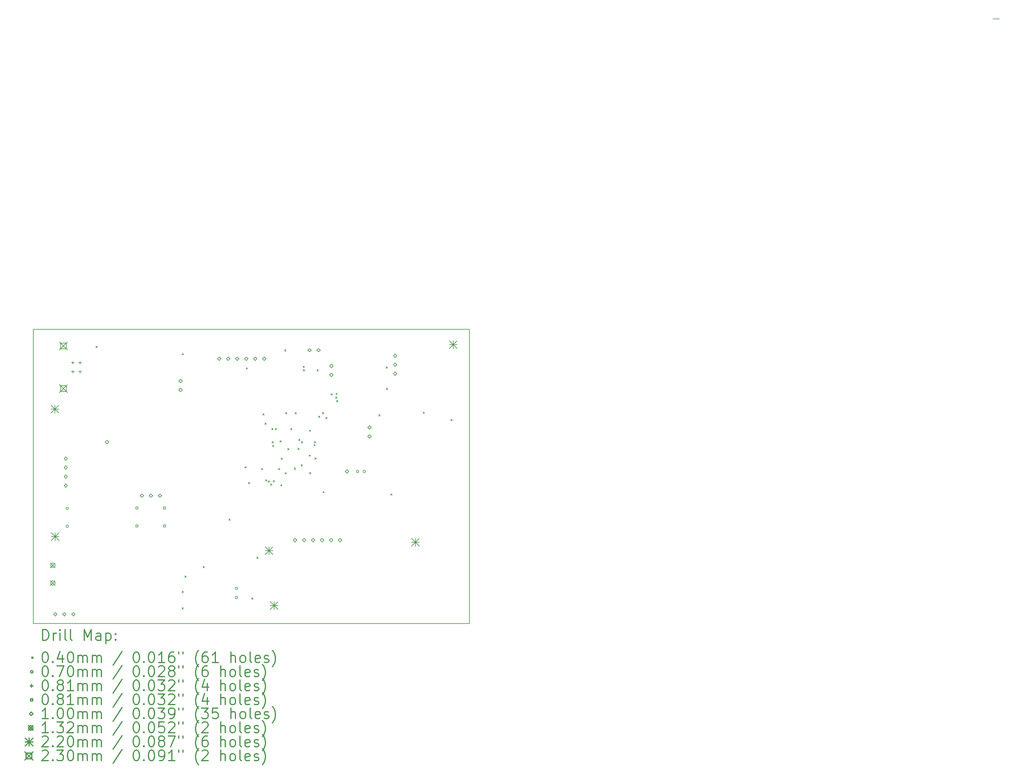
<source format=gbr>
%FSLAX45Y45*%
G04 Gerber Fmt 4.5, Leading zero omitted, Abs format (unit mm)*
G04 Created by KiCad (PCBNEW 4.0.4-stable) date 09/22/17 06:06:12*
%MOMM*%
%LPD*%
G01*
G04 APERTURE LIST*
%ADD10C,0.127000*%
%ADD11C,0.150000*%
%ADD12C,0.200000*%
%ADD13C,0.300000*%
G04 APERTURE END LIST*
D10*
D11*
X29718000Y0D02*
X29540200Y0D01*
X14757400Y-17067500D02*
X14757400Y-8762494D01*
X2447500Y-17068800D02*
X14757500Y-17068800D01*
X2447500Y-8762497D02*
X2447500Y-17068802D01*
X14757501Y-8763000D02*
X2447500Y-8763000D01*
D12*
X4220000Y-9241000D02*
X4260000Y-9281000D01*
X4260000Y-9241000D02*
X4220000Y-9281000D01*
X6642000Y-16621000D02*
X6682000Y-16661000D01*
X6682000Y-16621000D02*
X6642000Y-16661000D01*
X6646000Y-16157000D02*
X6686000Y-16197000D01*
X6686000Y-16157000D02*
X6646000Y-16197000D01*
X6650000Y-9448000D02*
X6690000Y-9488000D01*
X6690000Y-9448000D02*
X6650000Y-9488000D01*
X6722000Y-15725000D02*
X6762000Y-15765000D01*
X6762000Y-15725000D02*
X6722000Y-15765000D01*
X7235000Y-15455000D02*
X7275000Y-15495000D01*
X7275000Y-15455000D02*
X7235000Y-15495000D01*
X7964000Y-14116000D02*
X8004000Y-14156000D01*
X8004000Y-14116000D02*
X7964000Y-14156000D01*
X8415000Y-12640000D02*
X8455000Y-12680000D01*
X8455000Y-12640000D02*
X8415000Y-12680000D01*
X8455000Y-9845000D02*
X8495000Y-9885000D01*
X8495000Y-9845000D02*
X8455000Y-9885000D01*
X8515868Y-13086400D02*
X8555868Y-13126400D01*
X8555868Y-13086400D02*
X8515868Y-13126400D01*
X8612000Y-16341000D02*
X8652000Y-16381000D01*
X8652000Y-16341000D02*
X8612000Y-16381000D01*
X8756000Y-15192000D02*
X8796000Y-15232000D01*
X8796000Y-15192000D02*
X8756000Y-15232000D01*
X8885000Y-12691371D02*
X8925000Y-12731371D01*
X8925000Y-12691371D02*
X8885000Y-12731371D01*
X8925000Y-11145000D02*
X8965000Y-11185000D01*
X8965000Y-11145000D02*
X8925000Y-11185000D01*
X8982000Y-11408000D02*
X9022000Y-11448000D01*
X9022000Y-11408000D02*
X8982000Y-11448000D01*
X9001767Y-13007795D02*
X9041767Y-13047795D01*
X9041767Y-13007795D02*
X9001767Y-13047795D01*
X9075000Y-13040000D02*
X9115000Y-13080000D01*
X9115000Y-13040000D02*
X9075000Y-13080000D01*
X9145000Y-13125000D02*
X9185000Y-13165000D01*
X9185000Y-13125000D02*
X9145000Y-13165000D01*
X9174800Y-11562400D02*
X9214800Y-11602400D01*
X9214800Y-11562400D02*
X9174800Y-11602400D01*
X9190000Y-11935000D02*
X9230000Y-11975000D01*
X9230000Y-11935000D02*
X9190000Y-11975000D01*
X9198898Y-12037873D02*
X9238898Y-12077873D01*
X9238898Y-12037873D02*
X9198898Y-12077873D01*
X9217265Y-13033418D02*
X9257265Y-13073418D01*
X9257265Y-13033418D02*
X9217265Y-13073418D01*
X9276400Y-11562400D02*
X9316400Y-11602400D01*
X9316400Y-11562400D02*
X9276400Y-11602400D01*
X9364301Y-12691371D02*
X9404301Y-12731371D01*
X9404301Y-12691371D02*
X9364301Y-12731371D01*
X9405000Y-11905000D02*
X9445000Y-11945000D01*
X9445000Y-11905000D02*
X9405000Y-11945000D01*
X9427265Y-13147215D02*
X9467265Y-13187215D01*
X9467265Y-13147215D02*
X9427265Y-13187215D01*
X9439541Y-12399401D02*
X9479541Y-12439401D01*
X9479541Y-12399401D02*
X9439541Y-12439401D01*
X9538000Y-9340000D02*
X9578000Y-9380000D01*
X9578000Y-9340000D02*
X9538000Y-9380000D01*
X9553425Y-12809375D02*
X9593425Y-12849375D01*
X9593425Y-12809375D02*
X9553425Y-12849375D01*
X9565000Y-11112500D02*
X9605000Y-11152500D01*
X9605000Y-11112500D02*
X9565000Y-11152500D01*
X9630000Y-12125000D02*
X9670000Y-12165000D01*
X9670000Y-12125000D02*
X9630000Y-12165000D01*
X9708200Y-11562400D02*
X9748200Y-11602400D01*
X9748200Y-11562400D02*
X9708200Y-11602400D01*
X9809800Y-12680000D02*
X9849800Y-12720000D01*
X9849800Y-12680000D02*
X9809800Y-12720000D01*
X9835000Y-11112500D02*
X9875000Y-11152500D01*
X9875000Y-11112500D02*
X9835000Y-11152500D01*
X9915000Y-12120000D02*
X9955000Y-12160000D01*
X9955000Y-12120000D02*
X9915000Y-12160000D01*
X9936800Y-11867200D02*
X9976800Y-11907200D01*
X9976800Y-11867200D02*
X9936800Y-11907200D01*
X10005000Y-12587000D02*
X10045000Y-12627000D01*
X10045000Y-12587000D02*
X10005000Y-12627000D01*
X10013000Y-11929701D02*
X10053000Y-11969701D01*
X10053000Y-11929701D02*
X10013000Y-11969701D01*
X10064000Y-9803000D02*
X10104000Y-9843000D01*
X10104000Y-9803000D02*
X10064000Y-9843000D01*
X10065750Y-9898000D02*
X10105750Y-9938000D01*
X10105750Y-9898000D02*
X10065750Y-9938000D01*
X10229899Y-12309566D02*
X10269899Y-12349566D01*
X10269899Y-12309566D02*
X10229899Y-12349566D01*
X10241600Y-11605700D02*
X10281600Y-11645700D01*
X10281600Y-11605700D02*
X10241600Y-11645700D01*
X10241600Y-12807000D02*
X10281600Y-12847000D01*
X10281600Y-12807000D02*
X10241600Y-12847000D01*
X10368600Y-12013698D02*
X10408600Y-12053698D01*
X10408600Y-12013698D02*
X10368600Y-12053698D01*
X10380974Y-11934659D02*
X10420974Y-11974659D01*
X10420974Y-11934659D02*
X10380974Y-11974659D01*
X10399902Y-12388899D02*
X10439902Y-12428899D01*
X10439902Y-12388899D02*
X10399902Y-12428899D01*
X10452000Y-9902000D02*
X10492000Y-9942000D01*
X10492000Y-9902000D02*
X10452000Y-9942000D01*
X10501695Y-11212895D02*
X10541695Y-11252895D01*
X10541695Y-11212895D02*
X10501695Y-11252895D01*
X10605095Y-11109495D02*
X10645095Y-11149495D01*
X10645095Y-11109495D02*
X10605095Y-11149495D01*
X10622600Y-13342000D02*
X10662600Y-13382000D01*
X10662600Y-13342000D02*
X10622600Y-13382000D01*
X10701124Y-11248501D02*
X10741124Y-11288501D01*
X10741124Y-11248501D02*
X10701124Y-11288501D01*
X10844000Y-10582000D02*
X10884000Y-10622000D01*
X10884000Y-10582000D02*
X10844000Y-10622000D01*
X10978200Y-10673400D02*
X11018200Y-10713400D01*
X11018200Y-10673400D02*
X10978200Y-10713400D01*
X10987000Y-10566000D02*
X11027000Y-10606000D01*
X11027000Y-10566000D02*
X10987000Y-10606000D01*
X11003600Y-10775000D02*
X11043600Y-10815000D01*
X11043600Y-10775000D02*
X11003600Y-10815000D01*
X12197000Y-11172000D02*
X12237000Y-11212000D01*
X12237000Y-11172000D02*
X12197000Y-11212000D01*
X12405000Y-9822000D02*
X12445000Y-9862000D01*
X12445000Y-9822000D02*
X12405000Y-9862000D01*
X12410000Y-10425000D02*
X12450000Y-10465000D01*
X12450000Y-10425000D02*
X12410000Y-10465000D01*
X12531000Y-13411000D02*
X12571000Y-13451000D01*
X12571000Y-13411000D02*
X12531000Y-13451000D01*
X13450000Y-11099000D02*
X13490000Y-11139000D01*
X13490000Y-11099000D02*
X13450000Y-11139000D01*
X14234000Y-11309000D02*
X14274000Y-11349000D01*
X14274000Y-11309000D02*
X14234000Y-11349000D01*
X3438600Y-13817600D02*
G75*
G03X3438600Y-13817600I-35000J0D01*
G01*
X3438600Y-14325600D02*
G75*
G03X3438600Y-14325600I-35000J0D01*
G01*
X8213800Y-16078200D02*
G75*
G03X8213800Y-16078200I-35000J0D01*
G01*
X8213800Y-16334200D02*
G75*
G03X8213800Y-16334200I-35000J0D01*
G01*
X11634000Y-12776000D02*
G75*
G03X11634000Y-12776000I-35000J0D01*
G01*
X11824000Y-12776000D02*
G75*
G03X11824000Y-12776000I-35000J0D01*
G01*
X3565000Y-9667500D02*
X3565000Y-9748500D01*
X3524500Y-9708000D02*
X3605500Y-9708000D01*
X3565000Y-9921500D02*
X3565000Y-10002500D01*
X3524500Y-9962000D02*
X3605500Y-9962000D01*
X3765000Y-9667500D02*
X3765000Y-9748500D01*
X3724500Y-9708000D02*
X3805500Y-9708000D01*
X3765000Y-9921500D02*
X3765000Y-10002500D01*
X3724500Y-9962000D02*
X3805500Y-9962000D01*
X5401237Y-13835737D02*
X5401237Y-13778263D01*
X5343763Y-13778263D01*
X5343763Y-13835737D01*
X5401237Y-13835737D01*
X5401237Y-14343737D02*
X5401237Y-14286263D01*
X5343763Y-14286263D01*
X5343763Y-14343737D01*
X5401237Y-14343737D01*
X6178737Y-13834737D02*
X6178737Y-13777263D01*
X6121263Y-13777263D01*
X6121263Y-13834737D01*
X6178737Y-13834737D01*
X6178737Y-14342737D02*
X6178737Y-14285263D01*
X6121263Y-14285263D01*
X6121263Y-14342737D01*
X6178737Y-14342737D01*
X3069500Y-16857500D02*
X3119500Y-16807500D01*
X3069500Y-16757500D01*
X3019500Y-16807500D01*
X3069500Y-16857500D01*
X3323500Y-16857500D02*
X3373500Y-16807500D01*
X3323500Y-16757500D01*
X3273500Y-16807500D01*
X3323500Y-16857500D01*
X3365000Y-12466000D02*
X3415000Y-12416000D01*
X3365000Y-12366000D01*
X3315000Y-12416000D01*
X3365000Y-12466000D01*
X3365000Y-12720000D02*
X3415000Y-12670000D01*
X3365000Y-12620000D01*
X3315000Y-12670000D01*
X3365000Y-12720000D01*
X3365000Y-12974000D02*
X3415000Y-12924000D01*
X3365000Y-12874000D01*
X3315000Y-12924000D01*
X3365000Y-12974000D01*
X3365000Y-13228000D02*
X3415000Y-13178000D01*
X3365000Y-13128000D01*
X3315000Y-13178000D01*
X3365000Y-13228000D01*
X3577500Y-16857500D02*
X3627500Y-16807500D01*
X3577500Y-16757500D01*
X3527500Y-16807500D01*
X3577500Y-16857500D01*
X4530000Y-11995000D02*
X4580000Y-11945000D01*
X4530000Y-11895000D01*
X4480000Y-11945000D01*
X4530000Y-11995000D01*
X5511000Y-13510000D02*
X5561000Y-13460000D01*
X5511000Y-13410000D01*
X5461000Y-13460000D01*
X5511000Y-13510000D01*
X5765000Y-13510000D02*
X5815000Y-13460000D01*
X5765000Y-13410000D01*
X5715000Y-13460000D01*
X5765000Y-13510000D01*
X6019000Y-13510000D02*
X6069000Y-13460000D01*
X6019000Y-13410000D01*
X5969000Y-13460000D01*
X6019000Y-13510000D01*
X6602500Y-10273500D02*
X6652500Y-10223500D01*
X6602500Y-10173500D01*
X6552500Y-10223500D01*
X6602500Y-10273500D01*
X6602500Y-10527500D02*
X6652500Y-10477500D01*
X6602500Y-10427500D01*
X6552500Y-10477500D01*
X6602500Y-10527500D01*
X7693000Y-9644000D02*
X7743000Y-9594000D01*
X7693000Y-9544000D01*
X7643000Y-9594000D01*
X7693000Y-9644000D01*
X7947000Y-9644000D02*
X7997000Y-9594000D01*
X7947000Y-9544000D01*
X7897000Y-9594000D01*
X7947000Y-9644000D01*
X8201000Y-9644000D02*
X8251000Y-9594000D01*
X8201000Y-9544000D01*
X8151000Y-9594000D01*
X8201000Y-9644000D01*
X8455000Y-9644000D02*
X8505000Y-9594000D01*
X8455000Y-9544000D01*
X8405000Y-9594000D01*
X8455000Y-9644000D01*
X8709000Y-9644000D02*
X8759000Y-9594000D01*
X8709000Y-9544000D01*
X8659000Y-9594000D01*
X8709000Y-9644000D01*
X8963000Y-9644000D02*
X9013000Y-9594000D01*
X8963000Y-9544000D01*
X8913000Y-9594000D01*
X8963000Y-9644000D01*
X9841000Y-14765000D02*
X9891000Y-14715000D01*
X9841000Y-14665000D01*
X9791000Y-14715000D01*
X9841000Y-14765000D01*
X10095000Y-14765000D02*
X10145000Y-14715000D01*
X10095000Y-14665000D01*
X10045000Y-14715000D01*
X10095000Y-14765000D01*
X10241000Y-9404000D02*
X10291000Y-9354000D01*
X10241000Y-9304000D01*
X10191000Y-9354000D01*
X10241000Y-9404000D01*
X10349000Y-14765000D02*
X10399000Y-14715000D01*
X10349000Y-14665000D01*
X10299000Y-14715000D01*
X10349000Y-14765000D01*
X10495000Y-9404000D02*
X10545000Y-9354000D01*
X10495000Y-9304000D01*
X10445000Y-9354000D01*
X10495000Y-9404000D01*
X10603000Y-14765000D02*
X10653000Y-14715000D01*
X10603000Y-14665000D01*
X10553000Y-14715000D01*
X10603000Y-14765000D01*
X10857000Y-14765000D02*
X10907000Y-14715000D01*
X10857000Y-14665000D01*
X10807000Y-14715000D01*
X10857000Y-14765000D01*
X10864000Y-9847000D02*
X10914000Y-9797000D01*
X10864000Y-9747000D01*
X10814000Y-9797000D01*
X10864000Y-9847000D01*
X10864000Y-10101000D02*
X10914000Y-10051000D01*
X10864000Y-10001000D01*
X10814000Y-10051000D01*
X10864000Y-10101000D01*
X11111000Y-14765000D02*
X11161000Y-14715000D01*
X11111000Y-14665000D01*
X11061000Y-14715000D01*
X11111000Y-14765000D01*
X11303000Y-12828000D02*
X11353000Y-12778000D01*
X11303000Y-12728000D01*
X11253000Y-12778000D01*
X11303000Y-12828000D01*
X11938000Y-11581600D02*
X11988000Y-11531600D01*
X11938000Y-11481600D01*
X11888000Y-11531600D01*
X11938000Y-11581600D01*
X11938000Y-11835600D02*
X11988000Y-11785600D01*
X11938000Y-11735600D01*
X11888000Y-11785600D01*
X11938000Y-11835600D01*
X12661000Y-9557000D02*
X12711000Y-9507000D01*
X12661000Y-9457000D01*
X12611000Y-9507000D01*
X12661000Y-9557000D01*
X12661000Y-9811000D02*
X12711000Y-9761000D01*
X12661000Y-9711000D01*
X12611000Y-9761000D01*
X12661000Y-9811000D01*
X12661000Y-10065000D02*
X12711000Y-10015000D01*
X12661000Y-9965000D01*
X12611000Y-10015000D01*
X12661000Y-10065000D01*
X2931200Y-15359800D02*
X3063200Y-15491800D01*
X3063200Y-15359800D02*
X2931200Y-15491800D01*
X3063200Y-15425800D02*
G75*
G03X3063200Y-15425800I-66000J0D01*
G01*
X2931200Y-15859800D02*
X3063200Y-15991800D01*
X3063200Y-15859800D02*
X2931200Y-15991800D01*
X3063200Y-15925800D02*
G75*
G03X3063200Y-15925800I-66000J0D01*
G01*
X2949000Y-10908000D02*
X3169000Y-11128000D01*
X3169000Y-10908000D02*
X2949000Y-11128000D01*
X3059000Y-10908000D02*
X3059000Y-11128000D01*
X2949000Y-11018000D02*
X3169000Y-11018000D01*
X2951000Y-14503000D02*
X3171000Y-14723000D01*
X3171000Y-14503000D02*
X2951000Y-14723000D01*
X3061000Y-14503000D02*
X3061000Y-14723000D01*
X2951000Y-14613000D02*
X3171000Y-14613000D01*
X8995000Y-14905000D02*
X9215000Y-15125000D01*
X9215000Y-14905000D02*
X8995000Y-15125000D01*
X9105000Y-14905000D02*
X9105000Y-15125000D01*
X8995000Y-15015000D02*
X9215000Y-15015000D01*
X9135000Y-16456000D02*
X9355000Y-16676000D01*
X9355000Y-16456000D02*
X9135000Y-16676000D01*
X9245000Y-16456000D02*
X9245000Y-16676000D01*
X9135000Y-16566000D02*
X9355000Y-16566000D01*
X13125000Y-14664000D02*
X13345000Y-14884000D01*
X13345000Y-14664000D02*
X13125000Y-14884000D01*
X13235000Y-14664000D02*
X13235000Y-14884000D01*
X13125000Y-14774000D02*
X13345000Y-14774000D01*
X14190200Y-9084800D02*
X14410200Y-9304800D01*
X14410200Y-9084800D02*
X14190200Y-9304800D01*
X14300200Y-9084800D02*
X14300200Y-9304800D01*
X14190200Y-9194800D02*
X14410200Y-9194800D01*
X3180000Y-9120000D02*
X3410000Y-9350000D01*
X3410000Y-9120000D02*
X3180000Y-9350000D01*
X3376318Y-9316318D02*
X3376318Y-9153682D01*
X3213682Y-9153682D01*
X3213682Y-9316318D01*
X3376318Y-9316318D01*
X3180000Y-10320000D02*
X3410000Y-10550000D01*
X3410000Y-10320000D02*
X3180000Y-10550000D01*
X3376318Y-10516318D02*
X3376318Y-10353682D01*
X3213682Y-10353682D01*
X3213682Y-10516318D01*
X3376318Y-10516318D01*
D13*
X2711429Y-17542017D02*
X2711429Y-17242017D01*
X2782857Y-17242017D01*
X2825714Y-17256303D01*
X2854286Y-17284874D01*
X2868571Y-17313445D01*
X2882857Y-17370588D01*
X2882857Y-17413445D01*
X2868571Y-17470588D01*
X2854286Y-17499160D01*
X2825714Y-17527731D01*
X2782857Y-17542017D01*
X2711429Y-17542017D01*
X3011428Y-17542017D02*
X3011428Y-17342017D01*
X3011428Y-17399160D02*
X3025714Y-17370588D01*
X3040000Y-17356303D01*
X3068571Y-17342017D01*
X3097143Y-17342017D01*
X3197143Y-17542017D02*
X3197143Y-17342017D01*
X3197143Y-17242017D02*
X3182857Y-17256303D01*
X3197143Y-17270588D01*
X3211428Y-17256303D01*
X3197143Y-17242017D01*
X3197143Y-17270588D01*
X3382857Y-17542017D02*
X3354286Y-17527731D01*
X3340000Y-17499160D01*
X3340000Y-17242017D01*
X3540000Y-17542017D02*
X3511428Y-17527731D01*
X3497143Y-17499160D01*
X3497143Y-17242017D01*
X3882857Y-17542017D02*
X3882857Y-17242017D01*
X3982857Y-17456303D01*
X4082857Y-17242017D01*
X4082857Y-17542017D01*
X4354286Y-17542017D02*
X4354286Y-17384874D01*
X4340000Y-17356303D01*
X4311429Y-17342017D01*
X4254286Y-17342017D01*
X4225714Y-17356303D01*
X4354286Y-17527731D02*
X4325714Y-17542017D01*
X4254286Y-17542017D01*
X4225714Y-17527731D01*
X4211429Y-17499160D01*
X4211429Y-17470588D01*
X4225714Y-17442017D01*
X4254286Y-17427731D01*
X4325714Y-17427731D01*
X4354286Y-17413445D01*
X4497143Y-17342017D02*
X4497143Y-17642017D01*
X4497143Y-17356303D02*
X4525714Y-17342017D01*
X4582857Y-17342017D01*
X4611429Y-17356303D01*
X4625714Y-17370588D01*
X4640000Y-17399160D01*
X4640000Y-17484874D01*
X4625714Y-17513445D01*
X4611429Y-17527731D01*
X4582857Y-17542017D01*
X4525714Y-17542017D01*
X4497143Y-17527731D01*
X4768571Y-17513445D02*
X4782857Y-17527731D01*
X4768571Y-17542017D01*
X4754286Y-17527731D01*
X4768571Y-17513445D01*
X4768571Y-17542017D01*
X4768571Y-17356303D02*
X4782857Y-17370588D01*
X4768571Y-17384874D01*
X4754286Y-17370588D01*
X4768571Y-17356303D01*
X4768571Y-17384874D01*
X2400000Y-18016303D02*
X2440000Y-18056303D01*
X2440000Y-18016303D02*
X2400000Y-18056303D01*
X2768571Y-17872017D02*
X2797143Y-17872017D01*
X2825714Y-17886303D01*
X2840000Y-17900588D01*
X2854286Y-17929160D01*
X2868571Y-17986303D01*
X2868571Y-18057731D01*
X2854286Y-18114874D01*
X2840000Y-18143445D01*
X2825714Y-18157731D01*
X2797143Y-18172017D01*
X2768571Y-18172017D01*
X2740000Y-18157731D01*
X2725714Y-18143445D01*
X2711429Y-18114874D01*
X2697143Y-18057731D01*
X2697143Y-17986303D01*
X2711429Y-17929160D01*
X2725714Y-17900588D01*
X2740000Y-17886303D01*
X2768571Y-17872017D01*
X2997143Y-18143445D02*
X3011428Y-18157731D01*
X2997143Y-18172017D01*
X2982857Y-18157731D01*
X2997143Y-18143445D01*
X2997143Y-18172017D01*
X3268571Y-17972017D02*
X3268571Y-18172017D01*
X3197143Y-17857731D02*
X3125714Y-18072017D01*
X3311428Y-18072017D01*
X3482857Y-17872017D02*
X3511428Y-17872017D01*
X3540000Y-17886303D01*
X3554286Y-17900588D01*
X3568571Y-17929160D01*
X3582857Y-17986303D01*
X3582857Y-18057731D01*
X3568571Y-18114874D01*
X3554286Y-18143445D01*
X3540000Y-18157731D01*
X3511428Y-18172017D01*
X3482857Y-18172017D01*
X3454286Y-18157731D01*
X3440000Y-18143445D01*
X3425714Y-18114874D01*
X3411428Y-18057731D01*
X3411428Y-17986303D01*
X3425714Y-17929160D01*
X3440000Y-17900588D01*
X3454286Y-17886303D01*
X3482857Y-17872017D01*
X3711428Y-18172017D02*
X3711428Y-17972017D01*
X3711428Y-18000588D02*
X3725714Y-17986303D01*
X3754286Y-17972017D01*
X3797143Y-17972017D01*
X3825714Y-17986303D01*
X3840000Y-18014874D01*
X3840000Y-18172017D01*
X3840000Y-18014874D02*
X3854286Y-17986303D01*
X3882857Y-17972017D01*
X3925714Y-17972017D01*
X3954286Y-17986303D01*
X3968571Y-18014874D01*
X3968571Y-18172017D01*
X4111428Y-18172017D02*
X4111428Y-17972017D01*
X4111428Y-18000588D02*
X4125714Y-17986303D01*
X4154286Y-17972017D01*
X4197143Y-17972017D01*
X4225714Y-17986303D01*
X4240000Y-18014874D01*
X4240000Y-18172017D01*
X4240000Y-18014874D02*
X4254286Y-17986303D01*
X4282857Y-17972017D01*
X4325714Y-17972017D01*
X4354286Y-17986303D01*
X4368571Y-18014874D01*
X4368571Y-18172017D01*
X4954286Y-17857731D02*
X4697143Y-18243445D01*
X5340000Y-17872017D02*
X5368571Y-17872017D01*
X5397143Y-17886303D01*
X5411428Y-17900588D01*
X5425714Y-17929160D01*
X5440000Y-17986303D01*
X5440000Y-18057731D01*
X5425714Y-18114874D01*
X5411428Y-18143445D01*
X5397143Y-18157731D01*
X5368571Y-18172017D01*
X5340000Y-18172017D01*
X5311428Y-18157731D01*
X5297143Y-18143445D01*
X5282857Y-18114874D01*
X5268571Y-18057731D01*
X5268571Y-17986303D01*
X5282857Y-17929160D01*
X5297143Y-17900588D01*
X5311428Y-17886303D01*
X5340000Y-17872017D01*
X5568571Y-18143445D02*
X5582857Y-18157731D01*
X5568571Y-18172017D01*
X5554286Y-18157731D01*
X5568571Y-18143445D01*
X5568571Y-18172017D01*
X5768571Y-17872017D02*
X5797143Y-17872017D01*
X5825714Y-17886303D01*
X5840000Y-17900588D01*
X5854285Y-17929160D01*
X5868571Y-17986303D01*
X5868571Y-18057731D01*
X5854285Y-18114874D01*
X5840000Y-18143445D01*
X5825714Y-18157731D01*
X5797143Y-18172017D01*
X5768571Y-18172017D01*
X5740000Y-18157731D01*
X5725714Y-18143445D01*
X5711428Y-18114874D01*
X5697143Y-18057731D01*
X5697143Y-17986303D01*
X5711428Y-17929160D01*
X5725714Y-17900588D01*
X5740000Y-17886303D01*
X5768571Y-17872017D01*
X6154285Y-18172017D02*
X5982857Y-18172017D01*
X6068571Y-18172017D02*
X6068571Y-17872017D01*
X6040000Y-17914874D01*
X6011428Y-17943445D01*
X5982857Y-17957731D01*
X6411428Y-17872017D02*
X6354285Y-17872017D01*
X6325714Y-17886303D01*
X6311428Y-17900588D01*
X6282857Y-17943445D01*
X6268571Y-18000588D01*
X6268571Y-18114874D01*
X6282857Y-18143445D01*
X6297143Y-18157731D01*
X6325714Y-18172017D01*
X6382857Y-18172017D01*
X6411428Y-18157731D01*
X6425714Y-18143445D01*
X6440000Y-18114874D01*
X6440000Y-18043445D01*
X6425714Y-18014874D01*
X6411428Y-18000588D01*
X6382857Y-17986303D01*
X6325714Y-17986303D01*
X6297143Y-18000588D01*
X6282857Y-18014874D01*
X6268571Y-18043445D01*
X6554286Y-17872017D02*
X6554286Y-17929160D01*
X6668571Y-17872017D02*
X6668571Y-17929160D01*
X7111428Y-18286303D02*
X7097143Y-18272017D01*
X7068571Y-18229160D01*
X7054285Y-18200588D01*
X7040000Y-18157731D01*
X7025714Y-18086303D01*
X7025714Y-18029160D01*
X7040000Y-17957731D01*
X7054285Y-17914874D01*
X7068571Y-17886303D01*
X7097143Y-17843445D01*
X7111428Y-17829160D01*
X7354285Y-17872017D02*
X7297143Y-17872017D01*
X7268571Y-17886303D01*
X7254285Y-17900588D01*
X7225714Y-17943445D01*
X7211428Y-18000588D01*
X7211428Y-18114874D01*
X7225714Y-18143445D01*
X7240000Y-18157731D01*
X7268571Y-18172017D01*
X7325714Y-18172017D01*
X7354285Y-18157731D01*
X7368571Y-18143445D01*
X7382857Y-18114874D01*
X7382857Y-18043445D01*
X7368571Y-18014874D01*
X7354285Y-18000588D01*
X7325714Y-17986303D01*
X7268571Y-17986303D01*
X7240000Y-18000588D01*
X7225714Y-18014874D01*
X7211428Y-18043445D01*
X7668571Y-18172017D02*
X7497143Y-18172017D01*
X7582857Y-18172017D02*
X7582857Y-17872017D01*
X7554285Y-17914874D01*
X7525714Y-17943445D01*
X7497143Y-17957731D01*
X8025714Y-18172017D02*
X8025714Y-17872017D01*
X8154285Y-18172017D02*
X8154285Y-18014874D01*
X8140000Y-17986303D01*
X8111428Y-17972017D01*
X8068571Y-17972017D01*
X8040000Y-17986303D01*
X8025714Y-18000588D01*
X8340000Y-18172017D02*
X8311428Y-18157731D01*
X8297143Y-18143445D01*
X8282857Y-18114874D01*
X8282857Y-18029160D01*
X8297143Y-18000588D01*
X8311428Y-17986303D01*
X8340000Y-17972017D01*
X8382857Y-17972017D01*
X8411428Y-17986303D01*
X8425714Y-18000588D01*
X8440000Y-18029160D01*
X8440000Y-18114874D01*
X8425714Y-18143445D01*
X8411428Y-18157731D01*
X8382857Y-18172017D01*
X8340000Y-18172017D01*
X8611428Y-18172017D02*
X8582857Y-18157731D01*
X8568571Y-18129160D01*
X8568571Y-17872017D01*
X8840000Y-18157731D02*
X8811429Y-18172017D01*
X8754286Y-18172017D01*
X8725714Y-18157731D01*
X8711429Y-18129160D01*
X8711429Y-18014874D01*
X8725714Y-17986303D01*
X8754286Y-17972017D01*
X8811429Y-17972017D01*
X8840000Y-17986303D01*
X8854286Y-18014874D01*
X8854286Y-18043445D01*
X8711429Y-18072017D01*
X8968571Y-18157731D02*
X8997143Y-18172017D01*
X9054286Y-18172017D01*
X9082857Y-18157731D01*
X9097143Y-18129160D01*
X9097143Y-18114874D01*
X9082857Y-18086303D01*
X9054286Y-18072017D01*
X9011429Y-18072017D01*
X8982857Y-18057731D01*
X8968571Y-18029160D01*
X8968571Y-18014874D01*
X8982857Y-17986303D01*
X9011429Y-17972017D01*
X9054286Y-17972017D01*
X9082857Y-17986303D01*
X9197143Y-18286303D02*
X9211429Y-18272017D01*
X9240000Y-18229160D01*
X9254286Y-18200588D01*
X9268571Y-18157731D01*
X9282857Y-18086303D01*
X9282857Y-18029160D01*
X9268571Y-17957731D01*
X9254286Y-17914874D01*
X9240000Y-17886303D01*
X9211429Y-17843445D01*
X9197143Y-17829160D01*
X2440000Y-18432303D02*
G75*
G03X2440000Y-18432303I-35000J0D01*
G01*
X2768571Y-18268017D02*
X2797143Y-18268017D01*
X2825714Y-18282303D01*
X2840000Y-18296588D01*
X2854286Y-18325160D01*
X2868571Y-18382303D01*
X2868571Y-18453731D01*
X2854286Y-18510874D01*
X2840000Y-18539445D01*
X2825714Y-18553731D01*
X2797143Y-18568017D01*
X2768571Y-18568017D01*
X2740000Y-18553731D01*
X2725714Y-18539445D01*
X2711429Y-18510874D01*
X2697143Y-18453731D01*
X2697143Y-18382303D01*
X2711429Y-18325160D01*
X2725714Y-18296588D01*
X2740000Y-18282303D01*
X2768571Y-18268017D01*
X2997143Y-18539445D02*
X3011428Y-18553731D01*
X2997143Y-18568017D01*
X2982857Y-18553731D01*
X2997143Y-18539445D01*
X2997143Y-18568017D01*
X3111428Y-18268017D02*
X3311428Y-18268017D01*
X3182857Y-18568017D01*
X3482857Y-18268017D02*
X3511428Y-18268017D01*
X3540000Y-18282303D01*
X3554286Y-18296588D01*
X3568571Y-18325160D01*
X3582857Y-18382303D01*
X3582857Y-18453731D01*
X3568571Y-18510874D01*
X3554286Y-18539445D01*
X3540000Y-18553731D01*
X3511428Y-18568017D01*
X3482857Y-18568017D01*
X3454286Y-18553731D01*
X3440000Y-18539445D01*
X3425714Y-18510874D01*
X3411428Y-18453731D01*
X3411428Y-18382303D01*
X3425714Y-18325160D01*
X3440000Y-18296588D01*
X3454286Y-18282303D01*
X3482857Y-18268017D01*
X3711428Y-18568017D02*
X3711428Y-18368017D01*
X3711428Y-18396588D02*
X3725714Y-18382303D01*
X3754286Y-18368017D01*
X3797143Y-18368017D01*
X3825714Y-18382303D01*
X3840000Y-18410874D01*
X3840000Y-18568017D01*
X3840000Y-18410874D02*
X3854286Y-18382303D01*
X3882857Y-18368017D01*
X3925714Y-18368017D01*
X3954286Y-18382303D01*
X3968571Y-18410874D01*
X3968571Y-18568017D01*
X4111428Y-18568017D02*
X4111428Y-18368017D01*
X4111428Y-18396588D02*
X4125714Y-18382303D01*
X4154286Y-18368017D01*
X4197143Y-18368017D01*
X4225714Y-18382303D01*
X4240000Y-18410874D01*
X4240000Y-18568017D01*
X4240000Y-18410874D02*
X4254286Y-18382303D01*
X4282857Y-18368017D01*
X4325714Y-18368017D01*
X4354286Y-18382303D01*
X4368571Y-18410874D01*
X4368571Y-18568017D01*
X4954286Y-18253731D02*
X4697143Y-18639445D01*
X5340000Y-18268017D02*
X5368571Y-18268017D01*
X5397143Y-18282303D01*
X5411428Y-18296588D01*
X5425714Y-18325160D01*
X5440000Y-18382303D01*
X5440000Y-18453731D01*
X5425714Y-18510874D01*
X5411428Y-18539445D01*
X5397143Y-18553731D01*
X5368571Y-18568017D01*
X5340000Y-18568017D01*
X5311428Y-18553731D01*
X5297143Y-18539445D01*
X5282857Y-18510874D01*
X5268571Y-18453731D01*
X5268571Y-18382303D01*
X5282857Y-18325160D01*
X5297143Y-18296588D01*
X5311428Y-18282303D01*
X5340000Y-18268017D01*
X5568571Y-18539445D02*
X5582857Y-18553731D01*
X5568571Y-18568017D01*
X5554286Y-18553731D01*
X5568571Y-18539445D01*
X5568571Y-18568017D01*
X5768571Y-18268017D02*
X5797143Y-18268017D01*
X5825714Y-18282303D01*
X5840000Y-18296588D01*
X5854285Y-18325160D01*
X5868571Y-18382303D01*
X5868571Y-18453731D01*
X5854285Y-18510874D01*
X5840000Y-18539445D01*
X5825714Y-18553731D01*
X5797143Y-18568017D01*
X5768571Y-18568017D01*
X5740000Y-18553731D01*
X5725714Y-18539445D01*
X5711428Y-18510874D01*
X5697143Y-18453731D01*
X5697143Y-18382303D01*
X5711428Y-18325160D01*
X5725714Y-18296588D01*
X5740000Y-18282303D01*
X5768571Y-18268017D01*
X5982857Y-18296588D02*
X5997143Y-18282303D01*
X6025714Y-18268017D01*
X6097143Y-18268017D01*
X6125714Y-18282303D01*
X6140000Y-18296588D01*
X6154285Y-18325160D01*
X6154285Y-18353731D01*
X6140000Y-18396588D01*
X5968571Y-18568017D01*
X6154285Y-18568017D01*
X6325714Y-18396588D02*
X6297143Y-18382303D01*
X6282857Y-18368017D01*
X6268571Y-18339445D01*
X6268571Y-18325160D01*
X6282857Y-18296588D01*
X6297143Y-18282303D01*
X6325714Y-18268017D01*
X6382857Y-18268017D01*
X6411428Y-18282303D01*
X6425714Y-18296588D01*
X6440000Y-18325160D01*
X6440000Y-18339445D01*
X6425714Y-18368017D01*
X6411428Y-18382303D01*
X6382857Y-18396588D01*
X6325714Y-18396588D01*
X6297143Y-18410874D01*
X6282857Y-18425160D01*
X6268571Y-18453731D01*
X6268571Y-18510874D01*
X6282857Y-18539445D01*
X6297143Y-18553731D01*
X6325714Y-18568017D01*
X6382857Y-18568017D01*
X6411428Y-18553731D01*
X6425714Y-18539445D01*
X6440000Y-18510874D01*
X6440000Y-18453731D01*
X6425714Y-18425160D01*
X6411428Y-18410874D01*
X6382857Y-18396588D01*
X6554286Y-18268017D02*
X6554286Y-18325160D01*
X6668571Y-18268017D02*
X6668571Y-18325160D01*
X7111428Y-18682303D02*
X7097143Y-18668017D01*
X7068571Y-18625160D01*
X7054285Y-18596588D01*
X7040000Y-18553731D01*
X7025714Y-18482303D01*
X7025714Y-18425160D01*
X7040000Y-18353731D01*
X7054285Y-18310874D01*
X7068571Y-18282303D01*
X7097143Y-18239445D01*
X7111428Y-18225160D01*
X7354285Y-18268017D02*
X7297143Y-18268017D01*
X7268571Y-18282303D01*
X7254285Y-18296588D01*
X7225714Y-18339445D01*
X7211428Y-18396588D01*
X7211428Y-18510874D01*
X7225714Y-18539445D01*
X7240000Y-18553731D01*
X7268571Y-18568017D01*
X7325714Y-18568017D01*
X7354285Y-18553731D01*
X7368571Y-18539445D01*
X7382857Y-18510874D01*
X7382857Y-18439445D01*
X7368571Y-18410874D01*
X7354285Y-18396588D01*
X7325714Y-18382303D01*
X7268571Y-18382303D01*
X7240000Y-18396588D01*
X7225714Y-18410874D01*
X7211428Y-18439445D01*
X7740000Y-18568017D02*
X7740000Y-18268017D01*
X7868571Y-18568017D02*
X7868571Y-18410874D01*
X7854285Y-18382303D01*
X7825714Y-18368017D01*
X7782857Y-18368017D01*
X7754285Y-18382303D01*
X7740000Y-18396588D01*
X8054285Y-18568017D02*
X8025714Y-18553731D01*
X8011428Y-18539445D01*
X7997143Y-18510874D01*
X7997143Y-18425160D01*
X8011428Y-18396588D01*
X8025714Y-18382303D01*
X8054285Y-18368017D01*
X8097143Y-18368017D01*
X8125714Y-18382303D01*
X8140000Y-18396588D01*
X8154285Y-18425160D01*
X8154285Y-18510874D01*
X8140000Y-18539445D01*
X8125714Y-18553731D01*
X8097143Y-18568017D01*
X8054285Y-18568017D01*
X8325714Y-18568017D02*
X8297143Y-18553731D01*
X8282857Y-18525160D01*
X8282857Y-18268017D01*
X8554286Y-18553731D02*
X8525714Y-18568017D01*
X8468571Y-18568017D01*
X8440000Y-18553731D01*
X8425714Y-18525160D01*
X8425714Y-18410874D01*
X8440000Y-18382303D01*
X8468571Y-18368017D01*
X8525714Y-18368017D01*
X8554286Y-18382303D01*
X8568571Y-18410874D01*
X8568571Y-18439445D01*
X8425714Y-18468017D01*
X8682857Y-18553731D02*
X8711429Y-18568017D01*
X8768571Y-18568017D01*
X8797143Y-18553731D01*
X8811429Y-18525160D01*
X8811429Y-18510874D01*
X8797143Y-18482303D01*
X8768571Y-18468017D01*
X8725714Y-18468017D01*
X8697143Y-18453731D01*
X8682857Y-18425160D01*
X8682857Y-18410874D01*
X8697143Y-18382303D01*
X8725714Y-18368017D01*
X8768571Y-18368017D01*
X8797143Y-18382303D01*
X8911428Y-18682303D02*
X8925714Y-18668017D01*
X8954286Y-18625160D01*
X8968571Y-18596588D01*
X8982857Y-18553731D01*
X8997143Y-18482303D01*
X8997143Y-18425160D01*
X8982857Y-18353731D01*
X8968571Y-18310874D01*
X8954286Y-18282303D01*
X8925714Y-18239445D01*
X8911428Y-18225160D01*
X2399500Y-18787803D02*
X2399500Y-18868803D01*
X2359000Y-18828303D02*
X2440000Y-18828303D01*
X2768571Y-18664017D02*
X2797143Y-18664017D01*
X2825714Y-18678303D01*
X2840000Y-18692588D01*
X2854286Y-18721160D01*
X2868571Y-18778303D01*
X2868571Y-18849731D01*
X2854286Y-18906874D01*
X2840000Y-18935445D01*
X2825714Y-18949731D01*
X2797143Y-18964017D01*
X2768571Y-18964017D01*
X2740000Y-18949731D01*
X2725714Y-18935445D01*
X2711429Y-18906874D01*
X2697143Y-18849731D01*
X2697143Y-18778303D01*
X2711429Y-18721160D01*
X2725714Y-18692588D01*
X2740000Y-18678303D01*
X2768571Y-18664017D01*
X2997143Y-18935445D02*
X3011428Y-18949731D01*
X2997143Y-18964017D01*
X2982857Y-18949731D01*
X2997143Y-18935445D01*
X2997143Y-18964017D01*
X3182857Y-18792588D02*
X3154286Y-18778303D01*
X3140000Y-18764017D01*
X3125714Y-18735445D01*
X3125714Y-18721160D01*
X3140000Y-18692588D01*
X3154286Y-18678303D01*
X3182857Y-18664017D01*
X3240000Y-18664017D01*
X3268571Y-18678303D01*
X3282857Y-18692588D01*
X3297143Y-18721160D01*
X3297143Y-18735445D01*
X3282857Y-18764017D01*
X3268571Y-18778303D01*
X3240000Y-18792588D01*
X3182857Y-18792588D01*
X3154286Y-18806874D01*
X3140000Y-18821160D01*
X3125714Y-18849731D01*
X3125714Y-18906874D01*
X3140000Y-18935445D01*
X3154286Y-18949731D01*
X3182857Y-18964017D01*
X3240000Y-18964017D01*
X3268571Y-18949731D01*
X3282857Y-18935445D01*
X3297143Y-18906874D01*
X3297143Y-18849731D01*
X3282857Y-18821160D01*
X3268571Y-18806874D01*
X3240000Y-18792588D01*
X3582857Y-18964017D02*
X3411428Y-18964017D01*
X3497143Y-18964017D02*
X3497143Y-18664017D01*
X3468571Y-18706874D01*
X3440000Y-18735445D01*
X3411428Y-18749731D01*
X3711428Y-18964017D02*
X3711428Y-18764017D01*
X3711428Y-18792588D02*
X3725714Y-18778303D01*
X3754286Y-18764017D01*
X3797143Y-18764017D01*
X3825714Y-18778303D01*
X3840000Y-18806874D01*
X3840000Y-18964017D01*
X3840000Y-18806874D02*
X3854286Y-18778303D01*
X3882857Y-18764017D01*
X3925714Y-18764017D01*
X3954286Y-18778303D01*
X3968571Y-18806874D01*
X3968571Y-18964017D01*
X4111428Y-18964017D02*
X4111428Y-18764017D01*
X4111428Y-18792588D02*
X4125714Y-18778303D01*
X4154286Y-18764017D01*
X4197143Y-18764017D01*
X4225714Y-18778303D01*
X4240000Y-18806874D01*
X4240000Y-18964017D01*
X4240000Y-18806874D02*
X4254286Y-18778303D01*
X4282857Y-18764017D01*
X4325714Y-18764017D01*
X4354286Y-18778303D01*
X4368571Y-18806874D01*
X4368571Y-18964017D01*
X4954286Y-18649731D02*
X4697143Y-19035445D01*
X5340000Y-18664017D02*
X5368571Y-18664017D01*
X5397143Y-18678303D01*
X5411428Y-18692588D01*
X5425714Y-18721160D01*
X5440000Y-18778303D01*
X5440000Y-18849731D01*
X5425714Y-18906874D01*
X5411428Y-18935445D01*
X5397143Y-18949731D01*
X5368571Y-18964017D01*
X5340000Y-18964017D01*
X5311428Y-18949731D01*
X5297143Y-18935445D01*
X5282857Y-18906874D01*
X5268571Y-18849731D01*
X5268571Y-18778303D01*
X5282857Y-18721160D01*
X5297143Y-18692588D01*
X5311428Y-18678303D01*
X5340000Y-18664017D01*
X5568571Y-18935445D02*
X5582857Y-18949731D01*
X5568571Y-18964017D01*
X5554286Y-18949731D01*
X5568571Y-18935445D01*
X5568571Y-18964017D01*
X5768571Y-18664017D02*
X5797143Y-18664017D01*
X5825714Y-18678303D01*
X5840000Y-18692588D01*
X5854285Y-18721160D01*
X5868571Y-18778303D01*
X5868571Y-18849731D01*
X5854285Y-18906874D01*
X5840000Y-18935445D01*
X5825714Y-18949731D01*
X5797143Y-18964017D01*
X5768571Y-18964017D01*
X5740000Y-18949731D01*
X5725714Y-18935445D01*
X5711428Y-18906874D01*
X5697143Y-18849731D01*
X5697143Y-18778303D01*
X5711428Y-18721160D01*
X5725714Y-18692588D01*
X5740000Y-18678303D01*
X5768571Y-18664017D01*
X5968571Y-18664017D02*
X6154285Y-18664017D01*
X6054285Y-18778303D01*
X6097143Y-18778303D01*
X6125714Y-18792588D01*
X6140000Y-18806874D01*
X6154285Y-18835445D01*
X6154285Y-18906874D01*
X6140000Y-18935445D01*
X6125714Y-18949731D01*
X6097143Y-18964017D01*
X6011428Y-18964017D01*
X5982857Y-18949731D01*
X5968571Y-18935445D01*
X6268571Y-18692588D02*
X6282857Y-18678303D01*
X6311428Y-18664017D01*
X6382857Y-18664017D01*
X6411428Y-18678303D01*
X6425714Y-18692588D01*
X6440000Y-18721160D01*
X6440000Y-18749731D01*
X6425714Y-18792588D01*
X6254285Y-18964017D01*
X6440000Y-18964017D01*
X6554286Y-18664017D02*
X6554286Y-18721160D01*
X6668571Y-18664017D02*
X6668571Y-18721160D01*
X7111428Y-19078303D02*
X7097143Y-19064017D01*
X7068571Y-19021160D01*
X7054285Y-18992588D01*
X7040000Y-18949731D01*
X7025714Y-18878303D01*
X7025714Y-18821160D01*
X7040000Y-18749731D01*
X7054285Y-18706874D01*
X7068571Y-18678303D01*
X7097143Y-18635445D01*
X7111428Y-18621160D01*
X7354285Y-18764017D02*
X7354285Y-18964017D01*
X7282857Y-18649731D02*
X7211428Y-18864017D01*
X7397143Y-18864017D01*
X7740000Y-18964017D02*
X7740000Y-18664017D01*
X7868571Y-18964017D02*
X7868571Y-18806874D01*
X7854285Y-18778303D01*
X7825714Y-18764017D01*
X7782857Y-18764017D01*
X7754285Y-18778303D01*
X7740000Y-18792588D01*
X8054285Y-18964017D02*
X8025714Y-18949731D01*
X8011428Y-18935445D01*
X7997143Y-18906874D01*
X7997143Y-18821160D01*
X8011428Y-18792588D01*
X8025714Y-18778303D01*
X8054285Y-18764017D01*
X8097143Y-18764017D01*
X8125714Y-18778303D01*
X8140000Y-18792588D01*
X8154285Y-18821160D01*
X8154285Y-18906874D01*
X8140000Y-18935445D01*
X8125714Y-18949731D01*
X8097143Y-18964017D01*
X8054285Y-18964017D01*
X8325714Y-18964017D02*
X8297143Y-18949731D01*
X8282857Y-18921160D01*
X8282857Y-18664017D01*
X8554286Y-18949731D02*
X8525714Y-18964017D01*
X8468571Y-18964017D01*
X8440000Y-18949731D01*
X8425714Y-18921160D01*
X8425714Y-18806874D01*
X8440000Y-18778303D01*
X8468571Y-18764017D01*
X8525714Y-18764017D01*
X8554286Y-18778303D01*
X8568571Y-18806874D01*
X8568571Y-18835445D01*
X8425714Y-18864017D01*
X8682857Y-18949731D02*
X8711429Y-18964017D01*
X8768571Y-18964017D01*
X8797143Y-18949731D01*
X8811429Y-18921160D01*
X8811429Y-18906874D01*
X8797143Y-18878303D01*
X8768571Y-18864017D01*
X8725714Y-18864017D01*
X8697143Y-18849731D01*
X8682857Y-18821160D01*
X8682857Y-18806874D01*
X8697143Y-18778303D01*
X8725714Y-18764017D01*
X8768571Y-18764017D01*
X8797143Y-18778303D01*
X8911428Y-19078303D02*
X8925714Y-19064017D01*
X8954286Y-19021160D01*
X8968571Y-18992588D01*
X8982857Y-18949731D01*
X8997143Y-18878303D01*
X8997143Y-18821160D01*
X8982857Y-18749731D01*
X8968571Y-18706874D01*
X8954286Y-18678303D01*
X8925714Y-18635445D01*
X8911428Y-18621160D01*
X2428097Y-19253040D02*
X2428097Y-19195565D01*
X2370623Y-19195565D01*
X2370623Y-19253040D01*
X2428097Y-19253040D01*
X2768571Y-19060017D02*
X2797143Y-19060017D01*
X2825714Y-19074303D01*
X2840000Y-19088588D01*
X2854286Y-19117160D01*
X2868571Y-19174303D01*
X2868571Y-19245731D01*
X2854286Y-19302874D01*
X2840000Y-19331445D01*
X2825714Y-19345731D01*
X2797143Y-19360017D01*
X2768571Y-19360017D01*
X2740000Y-19345731D01*
X2725714Y-19331445D01*
X2711429Y-19302874D01*
X2697143Y-19245731D01*
X2697143Y-19174303D01*
X2711429Y-19117160D01*
X2725714Y-19088588D01*
X2740000Y-19074303D01*
X2768571Y-19060017D01*
X2997143Y-19331445D02*
X3011428Y-19345731D01*
X2997143Y-19360017D01*
X2982857Y-19345731D01*
X2997143Y-19331445D01*
X2997143Y-19360017D01*
X3182857Y-19188588D02*
X3154286Y-19174303D01*
X3140000Y-19160017D01*
X3125714Y-19131445D01*
X3125714Y-19117160D01*
X3140000Y-19088588D01*
X3154286Y-19074303D01*
X3182857Y-19060017D01*
X3240000Y-19060017D01*
X3268571Y-19074303D01*
X3282857Y-19088588D01*
X3297143Y-19117160D01*
X3297143Y-19131445D01*
X3282857Y-19160017D01*
X3268571Y-19174303D01*
X3240000Y-19188588D01*
X3182857Y-19188588D01*
X3154286Y-19202874D01*
X3140000Y-19217160D01*
X3125714Y-19245731D01*
X3125714Y-19302874D01*
X3140000Y-19331445D01*
X3154286Y-19345731D01*
X3182857Y-19360017D01*
X3240000Y-19360017D01*
X3268571Y-19345731D01*
X3282857Y-19331445D01*
X3297143Y-19302874D01*
X3297143Y-19245731D01*
X3282857Y-19217160D01*
X3268571Y-19202874D01*
X3240000Y-19188588D01*
X3582857Y-19360017D02*
X3411428Y-19360017D01*
X3497143Y-19360017D02*
X3497143Y-19060017D01*
X3468571Y-19102874D01*
X3440000Y-19131445D01*
X3411428Y-19145731D01*
X3711428Y-19360017D02*
X3711428Y-19160017D01*
X3711428Y-19188588D02*
X3725714Y-19174303D01*
X3754286Y-19160017D01*
X3797143Y-19160017D01*
X3825714Y-19174303D01*
X3840000Y-19202874D01*
X3840000Y-19360017D01*
X3840000Y-19202874D02*
X3854286Y-19174303D01*
X3882857Y-19160017D01*
X3925714Y-19160017D01*
X3954286Y-19174303D01*
X3968571Y-19202874D01*
X3968571Y-19360017D01*
X4111428Y-19360017D02*
X4111428Y-19160017D01*
X4111428Y-19188588D02*
X4125714Y-19174303D01*
X4154286Y-19160017D01*
X4197143Y-19160017D01*
X4225714Y-19174303D01*
X4240000Y-19202874D01*
X4240000Y-19360017D01*
X4240000Y-19202874D02*
X4254286Y-19174303D01*
X4282857Y-19160017D01*
X4325714Y-19160017D01*
X4354286Y-19174303D01*
X4368571Y-19202874D01*
X4368571Y-19360017D01*
X4954286Y-19045731D02*
X4697143Y-19431445D01*
X5340000Y-19060017D02*
X5368571Y-19060017D01*
X5397143Y-19074303D01*
X5411428Y-19088588D01*
X5425714Y-19117160D01*
X5440000Y-19174303D01*
X5440000Y-19245731D01*
X5425714Y-19302874D01*
X5411428Y-19331445D01*
X5397143Y-19345731D01*
X5368571Y-19360017D01*
X5340000Y-19360017D01*
X5311428Y-19345731D01*
X5297143Y-19331445D01*
X5282857Y-19302874D01*
X5268571Y-19245731D01*
X5268571Y-19174303D01*
X5282857Y-19117160D01*
X5297143Y-19088588D01*
X5311428Y-19074303D01*
X5340000Y-19060017D01*
X5568571Y-19331445D02*
X5582857Y-19345731D01*
X5568571Y-19360017D01*
X5554286Y-19345731D01*
X5568571Y-19331445D01*
X5568571Y-19360017D01*
X5768571Y-19060017D02*
X5797143Y-19060017D01*
X5825714Y-19074303D01*
X5840000Y-19088588D01*
X5854285Y-19117160D01*
X5868571Y-19174303D01*
X5868571Y-19245731D01*
X5854285Y-19302874D01*
X5840000Y-19331445D01*
X5825714Y-19345731D01*
X5797143Y-19360017D01*
X5768571Y-19360017D01*
X5740000Y-19345731D01*
X5725714Y-19331445D01*
X5711428Y-19302874D01*
X5697143Y-19245731D01*
X5697143Y-19174303D01*
X5711428Y-19117160D01*
X5725714Y-19088588D01*
X5740000Y-19074303D01*
X5768571Y-19060017D01*
X5968571Y-19060017D02*
X6154285Y-19060017D01*
X6054285Y-19174303D01*
X6097143Y-19174303D01*
X6125714Y-19188588D01*
X6140000Y-19202874D01*
X6154285Y-19231445D01*
X6154285Y-19302874D01*
X6140000Y-19331445D01*
X6125714Y-19345731D01*
X6097143Y-19360017D01*
X6011428Y-19360017D01*
X5982857Y-19345731D01*
X5968571Y-19331445D01*
X6268571Y-19088588D02*
X6282857Y-19074303D01*
X6311428Y-19060017D01*
X6382857Y-19060017D01*
X6411428Y-19074303D01*
X6425714Y-19088588D01*
X6440000Y-19117160D01*
X6440000Y-19145731D01*
X6425714Y-19188588D01*
X6254285Y-19360017D01*
X6440000Y-19360017D01*
X6554286Y-19060017D02*
X6554286Y-19117160D01*
X6668571Y-19060017D02*
X6668571Y-19117160D01*
X7111428Y-19474303D02*
X7097143Y-19460017D01*
X7068571Y-19417160D01*
X7054285Y-19388588D01*
X7040000Y-19345731D01*
X7025714Y-19274303D01*
X7025714Y-19217160D01*
X7040000Y-19145731D01*
X7054285Y-19102874D01*
X7068571Y-19074303D01*
X7097143Y-19031445D01*
X7111428Y-19017160D01*
X7354285Y-19160017D02*
X7354285Y-19360017D01*
X7282857Y-19045731D02*
X7211428Y-19260017D01*
X7397143Y-19260017D01*
X7740000Y-19360017D02*
X7740000Y-19060017D01*
X7868571Y-19360017D02*
X7868571Y-19202874D01*
X7854285Y-19174303D01*
X7825714Y-19160017D01*
X7782857Y-19160017D01*
X7754285Y-19174303D01*
X7740000Y-19188588D01*
X8054285Y-19360017D02*
X8025714Y-19345731D01*
X8011428Y-19331445D01*
X7997143Y-19302874D01*
X7997143Y-19217160D01*
X8011428Y-19188588D01*
X8025714Y-19174303D01*
X8054285Y-19160017D01*
X8097143Y-19160017D01*
X8125714Y-19174303D01*
X8140000Y-19188588D01*
X8154285Y-19217160D01*
X8154285Y-19302874D01*
X8140000Y-19331445D01*
X8125714Y-19345731D01*
X8097143Y-19360017D01*
X8054285Y-19360017D01*
X8325714Y-19360017D02*
X8297143Y-19345731D01*
X8282857Y-19317160D01*
X8282857Y-19060017D01*
X8554286Y-19345731D02*
X8525714Y-19360017D01*
X8468571Y-19360017D01*
X8440000Y-19345731D01*
X8425714Y-19317160D01*
X8425714Y-19202874D01*
X8440000Y-19174303D01*
X8468571Y-19160017D01*
X8525714Y-19160017D01*
X8554286Y-19174303D01*
X8568571Y-19202874D01*
X8568571Y-19231445D01*
X8425714Y-19260017D01*
X8682857Y-19345731D02*
X8711429Y-19360017D01*
X8768571Y-19360017D01*
X8797143Y-19345731D01*
X8811429Y-19317160D01*
X8811429Y-19302874D01*
X8797143Y-19274303D01*
X8768571Y-19260017D01*
X8725714Y-19260017D01*
X8697143Y-19245731D01*
X8682857Y-19217160D01*
X8682857Y-19202874D01*
X8697143Y-19174303D01*
X8725714Y-19160017D01*
X8768571Y-19160017D01*
X8797143Y-19174303D01*
X8911428Y-19474303D02*
X8925714Y-19460017D01*
X8954286Y-19417160D01*
X8968571Y-19388588D01*
X8982857Y-19345731D01*
X8997143Y-19274303D01*
X8997143Y-19217160D01*
X8982857Y-19145731D01*
X8968571Y-19102874D01*
X8954286Y-19074303D01*
X8925714Y-19031445D01*
X8911428Y-19017160D01*
X2390000Y-19670303D02*
X2440000Y-19620303D01*
X2390000Y-19570303D01*
X2340000Y-19620303D01*
X2390000Y-19670303D01*
X2868571Y-19756017D02*
X2697143Y-19756017D01*
X2782857Y-19756017D02*
X2782857Y-19456017D01*
X2754286Y-19498874D01*
X2725714Y-19527445D01*
X2697143Y-19541731D01*
X2997143Y-19727445D02*
X3011428Y-19741731D01*
X2997143Y-19756017D01*
X2982857Y-19741731D01*
X2997143Y-19727445D01*
X2997143Y-19756017D01*
X3197143Y-19456017D02*
X3225714Y-19456017D01*
X3254286Y-19470303D01*
X3268571Y-19484588D01*
X3282857Y-19513160D01*
X3297143Y-19570303D01*
X3297143Y-19641731D01*
X3282857Y-19698874D01*
X3268571Y-19727445D01*
X3254286Y-19741731D01*
X3225714Y-19756017D01*
X3197143Y-19756017D01*
X3168571Y-19741731D01*
X3154286Y-19727445D01*
X3140000Y-19698874D01*
X3125714Y-19641731D01*
X3125714Y-19570303D01*
X3140000Y-19513160D01*
X3154286Y-19484588D01*
X3168571Y-19470303D01*
X3197143Y-19456017D01*
X3482857Y-19456017D02*
X3511428Y-19456017D01*
X3540000Y-19470303D01*
X3554286Y-19484588D01*
X3568571Y-19513160D01*
X3582857Y-19570303D01*
X3582857Y-19641731D01*
X3568571Y-19698874D01*
X3554286Y-19727445D01*
X3540000Y-19741731D01*
X3511428Y-19756017D01*
X3482857Y-19756017D01*
X3454286Y-19741731D01*
X3440000Y-19727445D01*
X3425714Y-19698874D01*
X3411428Y-19641731D01*
X3411428Y-19570303D01*
X3425714Y-19513160D01*
X3440000Y-19484588D01*
X3454286Y-19470303D01*
X3482857Y-19456017D01*
X3711428Y-19756017D02*
X3711428Y-19556017D01*
X3711428Y-19584588D02*
X3725714Y-19570303D01*
X3754286Y-19556017D01*
X3797143Y-19556017D01*
X3825714Y-19570303D01*
X3840000Y-19598874D01*
X3840000Y-19756017D01*
X3840000Y-19598874D02*
X3854286Y-19570303D01*
X3882857Y-19556017D01*
X3925714Y-19556017D01*
X3954286Y-19570303D01*
X3968571Y-19598874D01*
X3968571Y-19756017D01*
X4111428Y-19756017D02*
X4111428Y-19556017D01*
X4111428Y-19584588D02*
X4125714Y-19570303D01*
X4154286Y-19556017D01*
X4197143Y-19556017D01*
X4225714Y-19570303D01*
X4240000Y-19598874D01*
X4240000Y-19756017D01*
X4240000Y-19598874D02*
X4254286Y-19570303D01*
X4282857Y-19556017D01*
X4325714Y-19556017D01*
X4354286Y-19570303D01*
X4368571Y-19598874D01*
X4368571Y-19756017D01*
X4954286Y-19441731D02*
X4697143Y-19827445D01*
X5340000Y-19456017D02*
X5368571Y-19456017D01*
X5397143Y-19470303D01*
X5411428Y-19484588D01*
X5425714Y-19513160D01*
X5440000Y-19570303D01*
X5440000Y-19641731D01*
X5425714Y-19698874D01*
X5411428Y-19727445D01*
X5397143Y-19741731D01*
X5368571Y-19756017D01*
X5340000Y-19756017D01*
X5311428Y-19741731D01*
X5297143Y-19727445D01*
X5282857Y-19698874D01*
X5268571Y-19641731D01*
X5268571Y-19570303D01*
X5282857Y-19513160D01*
X5297143Y-19484588D01*
X5311428Y-19470303D01*
X5340000Y-19456017D01*
X5568571Y-19727445D02*
X5582857Y-19741731D01*
X5568571Y-19756017D01*
X5554286Y-19741731D01*
X5568571Y-19727445D01*
X5568571Y-19756017D01*
X5768571Y-19456017D02*
X5797143Y-19456017D01*
X5825714Y-19470303D01*
X5840000Y-19484588D01*
X5854285Y-19513160D01*
X5868571Y-19570303D01*
X5868571Y-19641731D01*
X5854285Y-19698874D01*
X5840000Y-19727445D01*
X5825714Y-19741731D01*
X5797143Y-19756017D01*
X5768571Y-19756017D01*
X5740000Y-19741731D01*
X5725714Y-19727445D01*
X5711428Y-19698874D01*
X5697143Y-19641731D01*
X5697143Y-19570303D01*
X5711428Y-19513160D01*
X5725714Y-19484588D01*
X5740000Y-19470303D01*
X5768571Y-19456017D01*
X5968571Y-19456017D02*
X6154285Y-19456017D01*
X6054285Y-19570303D01*
X6097143Y-19570303D01*
X6125714Y-19584588D01*
X6140000Y-19598874D01*
X6154285Y-19627445D01*
X6154285Y-19698874D01*
X6140000Y-19727445D01*
X6125714Y-19741731D01*
X6097143Y-19756017D01*
X6011428Y-19756017D01*
X5982857Y-19741731D01*
X5968571Y-19727445D01*
X6297143Y-19756017D02*
X6354285Y-19756017D01*
X6382857Y-19741731D01*
X6397143Y-19727445D01*
X6425714Y-19684588D01*
X6440000Y-19627445D01*
X6440000Y-19513160D01*
X6425714Y-19484588D01*
X6411428Y-19470303D01*
X6382857Y-19456017D01*
X6325714Y-19456017D01*
X6297143Y-19470303D01*
X6282857Y-19484588D01*
X6268571Y-19513160D01*
X6268571Y-19584588D01*
X6282857Y-19613160D01*
X6297143Y-19627445D01*
X6325714Y-19641731D01*
X6382857Y-19641731D01*
X6411428Y-19627445D01*
X6425714Y-19613160D01*
X6440000Y-19584588D01*
X6554286Y-19456017D02*
X6554286Y-19513160D01*
X6668571Y-19456017D02*
X6668571Y-19513160D01*
X7111428Y-19870303D02*
X7097143Y-19856017D01*
X7068571Y-19813160D01*
X7054285Y-19784588D01*
X7040000Y-19741731D01*
X7025714Y-19670303D01*
X7025714Y-19613160D01*
X7040000Y-19541731D01*
X7054285Y-19498874D01*
X7068571Y-19470303D01*
X7097143Y-19427445D01*
X7111428Y-19413160D01*
X7197143Y-19456017D02*
X7382857Y-19456017D01*
X7282857Y-19570303D01*
X7325714Y-19570303D01*
X7354285Y-19584588D01*
X7368571Y-19598874D01*
X7382857Y-19627445D01*
X7382857Y-19698874D01*
X7368571Y-19727445D01*
X7354285Y-19741731D01*
X7325714Y-19756017D01*
X7240000Y-19756017D01*
X7211428Y-19741731D01*
X7197143Y-19727445D01*
X7654285Y-19456017D02*
X7511428Y-19456017D01*
X7497143Y-19598874D01*
X7511428Y-19584588D01*
X7540000Y-19570303D01*
X7611428Y-19570303D01*
X7640000Y-19584588D01*
X7654285Y-19598874D01*
X7668571Y-19627445D01*
X7668571Y-19698874D01*
X7654285Y-19727445D01*
X7640000Y-19741731D01*
X7611428Y-19756017D01*
X7540000Y-19756017D01*
X7511428Y-19741731D01*
X7497143Y-19727445D01*
X8025714Y-19756017D02*
X8025714Y-19456017D01*
X8154285Y-19756017D02*
X8154285Y-19598874D01*
X8140000Y-19570303D01*
X8111428Y-19556017D01*
X8068571Y-19556017D01*
X8040000Y-19570303D01*
X8025714Y-19584588D01*
X8340000Y-19756017D02*
X8311428Y-19741731D01*
X8297143Y-19727445D01*
X8282857Y-19698874D01*
X8282857Y-19613160D01*
X8297143Y-19584588D01*
X8311428Y-19570303D01*
X8340000Y-19556017D01*
X8382857Y-19556017D01*
X8411428Y-19570303D01*
X8425714Y-19584588D01*
X8440000Y-19613160D01*
X8440000Y-19698874D01*
X8425714Y-19727445D01*
X8411428Y-19741731D01*
X8382857Y-19756017D01*
X8340000Y-19756017D01*
X8611428Y-19756017D02*
X8582857Y-19741731D01*
X8568571Y-19713160D01*
X8568571Y-19456017D01*
X8840000Y-19741731D02*
X8811429Y-19756017D01*
X8754286Y-19756017D01*
X8725714Y-19741731D01*
X8711429Y-19713160D01*
X8711429Y-19598874D01*
X8725714Y-19570303D01*
X8754286Y-19556017D01*
X8811429Y-19556017D01*
X8840000Y-19570303D01*
X8854286Y-19598874D01*
X8854286Y-19627445D01*
X8711429Y-19656017D01*
X8968571Y-19741731D02*
X8997143Y-19756017D01*
X9054286Y-19756017D01*
X9082857Y-19741731D01*
X9097143Y-19713160D01*
X9097143Y-19698874D01*
X9082857Y-19670303D01*
X9054286Y-19656017D01*
X9011429Y-19656017D01*
X8982857Y-19641731D01*
X8968571Y-19613160D01*
X8968571Y-19598874D01*
X8982857Y-19570303D01*
X9011429Y-19556017D01*
X9054286Y-19556017D01*
X9082857Y-19570303D01*
X9197143Y-19870303D02*
X9211429Y-19856017D01*
X9240000Y-19813160D01*
X9254286Y-19784588D01*
X9268571Y-19741731D01*
X9282857Y-19670303D01*
X9282857Y-19613160D01*
X9268571Y-19541731D01*
X9254286Y-19498874D01*
X9240000Y-19470303D01*
X9211429Y-19427445D01*
X9197143Y-19413160D01*
X2308000Y-19950303D02*
X2440000Y-20082303D01*
X2440000Y-19950303D02*
X2308000Y-20082303D01*
X2440000Y-20016303D02*
G75*
G03X2440000Y-20016303I-66000J0D01*
G01*
X2868571Y-20152017D02*
X2697143Y-20152017D01*
X2782857Y-20152017D02*
X2782857Y-19852017D01*
X2754286Y-19894874D01*
X2725714Y-19923445D01*
X2697143Y-19937731D01*
X2997143Y-20123445D02*
X3011428Y-20137731D01*
X2997143Y-20152017D01*
X2982857Y-20137731D01*
X2997143Y-20123445D01*
X2997143Y-20152017D01*
X3111428Y-19852017D02*
X3297143Y-19852017D01*
X3197143Y-19966303D01*
X3240000Y-19966303D01*
X3268571Y-19980588D01*
X3282857Y-19994874D01*
X3297143Y-20023445D01*
X3297143Y-20094874D01*
X3282857Y-20123445D01*
X3268571Y-20137731D01*
X3240000Y-20152017D01*
X3154286Y-20152017D01*
X3125714Y-20137731D01*
X3111428Y-20123445D01*
X3411428Y-19880588D02*
X3425714Y-19866303D01*
X3454286Y-19852017D01*
X3525714Y-19852017D01*
X3554286Y-19866303D01*
X3568571Y-19880588D01*
X3582857Y-19909160D01*
X3582857Y-19937731D01*
X3568571Y-19980588D01*
X3397143Y-20152017D01*
X3582857Y-20152017D01*
X3711428Y-20152017D02*
X3711428Y-19952017D01*
X3711428Y-19980588D02*
X3725714Y-19966303D01*
X3754286Y-19952017D01*
X3797143Y-19952017D01*
X3825714Y-19966303D01*
X3840000Y-19994874D01*
X3840000Y-20152017D01*
X3840000Y-19994874D02*
X3854286Y-19966303D01*
X3882857Y-19952017D01*
X3925714Y-19952017D01*
X3954286Y-19966303D01*
X3968571Y-19994874D01*
X3968571Y-20152017D01*
X4111428Y-20152017D02*
X4111428Y-19952017D01*
X4111428Y-19980588D02*
X4125714Y-19966303D01*
X4154286Y-19952017D01*
X4197143Y-19952017D01*
X4225714Y-19966303D01*
X4240000Y-19994874D01*
X4240000Y-20152017D01*
X4240000Y-19994874D02*
X4254286Y-19966303D01*
X4282857Y-19952017D01*
X4325714Y-19952017D01*
X4354286Y-19966303D01*
X4368571Y-19994874D01*
X4368571Y-20152017D01*
X4954286Y-19837731D02*
X4697143Y-20223445D01*
X5340000Y-19852017D02*
X5368571Y-19852017D01*
X5397143Y-19866303D01*
X5411428Y-19880588D01*
X5425714Y-19909160D01*
X5440000Y-19966303D01*
X5440000Y-20037731D01*
X5425714Y-20094874D01*
X5411428Y-20123445D01*
X5397143Y-20137731D01*
X5368571Y-20152017D01*
X5340000Y-20152017D01*
X5311428Y-20137731D01*
X5297143Y-20123445D01*
X5282857Y-20094874D01*
X5268571Y-20037731D01*
X5268571Y-19966303D01*
X5282857Y-19909160D01*
X5297143Y-19880588D01*
X5311428Y-19866303D01*
X5340000Y-19852017D01*
X5568571Y-20123445D02*
X5582857Y-20137731D01*
X5568571Y-20152017D01*
X5554286Y-20137731D01*
X5568571Y-20123445D01*
X5568571Y-20152017D01*
X5768571Y-19852017D02*
X5797143Y-19852017D01*
X5825714Y-19866303D01*
X5840000Y-19880588D01*
X5854285Y-19909160D01*
X5868571Y-19966303D01*
X5868571Y-20037731D01*
X5854285Y-20094874D01*
X5840000Y-20123445D01*
X5825714Y-20137731D01*
X5797143Y-20152017D01*
X5768571Y-20152017D01*
X5740000Y-20137731D01*
X5725714Y-20123445D01*
X5711428Y-20094874D01*
X5697143Y-20037731D01*
X5697143Y-19966303D01*
X5711428Y-19909160D01*
X5725714Y-19880588D01*
X5740000Y-19866303D01*
X5768571Y-19852017D01*
X6140000Y-19852017D02*
X5997143Y-19852017D01*
X5982857Y-19994874D01*
X5997143Y-19980588D01*
X6025714Y-19966303D01*
X6097143Y-19966303D01*
X6125714Y-19980588D01*
X6140000Y-19994874D01*
X6154285Y-20023445D01*
X6154285Y-20094874D01*
X6140000Y-20123445D01*
X6125714Y-20137731D01*
X6097143Y-20152017D01*
X6025714Y-20152017D01*
X5997143Y-20137731D01*
X5982857Y-20123445D01*
X6268571Y-19880588D02*
X6282857Y-19866303D01*
X6311428Y-19852017D01*
X6382857Y-19852017D01*
X6411428Y-19866303D01*
X6425714Y-19880588D01*
X6440000Y-19909160D01*
X6440000Y-19937731D01*
X6425714Y-19980588D01*
X6254285Y-20152017D01*
X6440000Y-20152017D01*
X6554286Y-19852017D02*
X6554286Y-19909160D01*
X6668571Y-19852017D02*
X6668571Y-19909160D01*
X7111428Y-20266303D02*
X7097143Y-20252017D01*
X7068571Y-20209160D01*
X7054285Y-20180588D01*
X7040000Y-20137731D01*
X7025714Y-20066303D01*
X7025714Y-20009160D01*
X7040000Y-19937731D01*
X7054285Y-19894874D01*
X7068571Y-19866303D01*
X7097143Y-19823445D01*
X7111428Y-19809160D01*
X7211428Y-19880588D02*
X7225714Y-19866303D01*
X7254285Y-19852017D01*
X7325714Y-19852017D01*
X7354285Y-19866303D01*
X7368571Y-19880588D01*
X7382857Y-19909160D01*
X7382857Y-19937731D01*
X7368571Y-19980588D01*
X7197143Y-20152017D01*
X7382857Y-20152017D01*
X7740000Y-20152017D02*
X7740000Y-19852017D01*
X7868571Y-20152017D02*
X7868571Y-19994874D01*
X7854285Y-19966303D01*
X7825714Y-19952017D01*
X7782857Y-19952017D01*
X7754285Y-19966303D01*
X7740000Y-19980588D01*
X8054285Y-20152017D02*
X8025714Y-20137731D01*
X8011428Y-20123445D01*
X7997143Y-20094874D01*
X7997143Y-20009160D01*
X8011428Y-19980588D01*
X8025714Y-19966303D01*
X8054285Y-19952017D01*
X8097143Y-19952017D01*
X8125714Y-19966303D01*
X8140000Y-19980588D01*
X8154285Y-20009160D01*
X8154285Y-20094874D01*
X8140000Y-20123445D01*
X8125714Y-20137731D01*
X8097143Y-20152017D01*
X8054285Y-20152017D01*
X8325714Y-20152017D02*
X8297143Y-20137731D01*
X8282857Y-20109160D01*
X8282857Y-19852017D01*
X8554286Y-20137731D02*
X8525714Y-20152017D01*
X8468571Y-20152017D01*
X8440000Y-20137731D01*
X8425714Y-20109160D01*
X8425714Y-19994874D01*
X8440000Y-19966303D01*
X8468571Y-19952017D01*
X8525714Y-19952017D01*
X8554286Y-19966303D01*
X8568571Y-19994874D01*
X8568571Y-20023445D01*
X8425714Y-20052017D01*
X8682857Y-20137731D02*
X8711429Y-20152017D01*
X8768571Y-20152017D01*
X8797143Y-20137731D01*
X8811429Y-20109160D01*
X8811429Y-20094874D01*
X8797143Y-20066303D01*
X8768571Y-20052017D01*
X8725714Y-20052017D01*
X8697143Y-20037731D01*
X8682857Y-20009160D01*
X8682857Y-19994874D01*
X8697143Y-19966303D01*
X8725714Y-19952017D01*
X8768571Y-19952017D01*
X8797143Y-19966303D01*
X8911428Y-20266303D02*
X8925714Y-20252017D01*
X8954286Y-20209160D01*
X8968571Y-20180588D01*
X8982857Y-20137731D01*
X8997143Y-20066303D01*
X8997143Y-20009160D01*
X8982857Y-19937731D01*
X8968571Y-19894874D01*
X8954286Y-19866303D01*
X8925714Y-19823445D01*
X8911428Y-19809160D01*
X2220000Y-20302303D02*
X2440000Y-20522303D01*
X2440000Y-20302303D02*
X2220000Y-20522303D01*
X2330000Y-20302303D02*
X2330000Y-20522303D01*
X2220000Y-20412303D02*
X2440000Y-20412303D01*
X2697143Y-20276588D02*
X2711429Y-20262303D01*
X2740000Y-20248017D01*
X2811428Y-20248017D01*
X2840000Y-20262303D01*
X2854286Y-20276588D01*
X2868571Y-20305160D01*
X2868571Y-20333731D01*
X2854286Y-20376588D01*
X2682857Y-20548017D01*
X2868571Y-20548017D01*
X2997143Y-20519445D02*
X3011428Y-20533731D01*
X2997143Y-20548017D01*
X2982857Y-20533731D01*
X2997143Y-20519445D01*
X2997143Y-20548017D01*
X3125714Y-20276588D02*
X3140000Y-20262303D01*
X3168571Y-20248017D01*
X3240000Y-20248017D01*
X3268571Y-20262303D01*
X3282857Y-20276588D01*
X3297143Y-20305160D01*
X3297143Y-20333731D01*
X3282857Y-20376588D01*
X3111428Y-20548017D01*
X3297143Y-20548017D01*
X3482857Y-20248017D02*
X3511428Y-20248017D01*
X3540000Y-20262303D01*
X3554286Y-20276588D01*
X3568571Y-20305160D01*
X3582857Y-20362303D01*
X3582857Y-20433731D01*
X3568571Y-20490874D01*
X3554286Y-20519445D01*
X3540000Y-20533731D01*
X3511428Y-20548017D01*
X3482857Y-20548017D01*
X3454286Y-20533731D01*
X3440000Y-20519445D01*
X3425714Y-20490874D01*
X3411428Y-20433731D01*
X3411428Y-20362303D01*
X3425714Y-20305160D01*
X3440000Y-20276588D01*
X3454286Y-20262303D01*
X3482857Y-20248017D01*
X3711428Y-20548017D02*
X3711428Y-20348017D01*
X3711428Y-20376588D02*
X3725714Y-20362303D01*
X3754286Y-20348017D01*
X3797143Y-20348017D01*
X3825714Y-20362303D01*
X3840000Y-20390874D01*
X3840000Y-20548017D01*
X3840000Y-20390874D02*
X3854286Y-20362303D01*
X3882857Y-20348017D01*
X3925714Y-20348017D01*
X3954286Y-20362303D01*
X3968571Y-20390874D01*
X3968571Y-20548017D01*
X4111428Y-20548017D02*
X4111428Y-20348017D01*
X4111428Y-20376588D02*
X4125714Y-20362303D01*
X4154286Y-20348017D01*
X4197143Y-20348017D01*
X4225714Y-20362303D01*
X4240000Y-20390874D01*
X4240000Y-20548017D01*
X4240000Y-20390874D02*
X4254286Y-20362303D01*
X4282857Y-20348017D01*
X4325714Y-20348017D01*
X4354286Y-20362303D01*
X4368571Y-20390874D01*
X4368571Y-20548017D01*
X4954286Y-20233731D02*
X4697143Y-20619445D01*
X5340000Y-20248017D02*
X5368571Y-20248017D01*
X5397143Y-20262303D01*
X5411428Y-20276588D01*
X5425714Y-20305160D01*
X5440000Y-20362303D01*
X5440000Y-20433731D01*
X5425714Y-20490874D01*
X5411428Y-20519445D01*
X5397143Y-20533731D01*
X5368571Y-20548017D01*
X5340000Y-20548017D01*
X5311428Y-20533731D01*
X5297143Y-20519445D01*
X5282857Y-20490874D01*
X5268571Y-20433731D01*
X5268571Y-20362303D01*
X5282857Y-20305160D01*
X5297143Y-20276588D01*
X5311428Y-20262303D01*
X5340000Y-20248017D01*
X5568571Y-20519445D02*
X5582857Y-20533731D01*
X5568571Y-20548017D01*
X5554286Y-20533731D01*
X5568571Y-20519445D01*
X5568571Y-20548017D01*
X5768571Y-20248017D02*
X5797143Y-20248017D01*
X5825714Y-20262303D01*
X5840000Y-20276588D01*
X5854285Y-20305160D01*
X5868571Y-20362303D01*
X5868571Y-20433731D01*
X5854285Y-20490874D01*
X5840000Y-20519445D01*
X5825714Y-20533731D01*
X5797143Y-20548017D01*
X5768571Y-20548017D01*
X5740000Y-20533731D01*
X5725714Y-20519445D01*
X5711428Y-20490874D01*
X5697143Y-20433731D01*
X5697143Y-20362303D01*
X5711428Y-20305160D01*
X5725714Y-20276588D01*
X5740000Y-20262303D01*
X5768571Y-20248017D01*
X6040000Y-20376588D02*
X6011428Y-20362303D01*
X5997143Y-20348017D01*
X5982857Y-20319445D01*
X5982857Y-20305160D01*
X5997143Y-20276588D01*
X6011428Y-20262303D01*
X6040000Y-20248017D01*
X6097143Y-20248017D01*
X6125714Y-20262303D01*
X6140000Y-20276588D01*
X6154285Y-20305160D01*
X6154285Y-20319445D01*
X6140000Y-20348017D01*
X6125714Y-20362303D01*
X6097143Y-20376588D01*
X6040000Y-20376588D01*
X6011428Y-20390874D01*
X5997143Y-20405160D01*
X5982857Y-20433731D01*
X5982857Y-20490874D01*
X5997143Y-20519445D01*
X6011428Y-20533731D01*
X6040000Y-20548017D01*
X6097143Y-20548017D01*
X6125714Y-20533731D01*
X6140000Y-20519445D01*
X6154285Y-20490874D01*
X6154285Y-20433731D01*
X6140000Y-20405160D01*
X6125714Y-20390874D01*
X6097143Y-20376588D01*
X6254285Y-20248017D02*
X6454285Y-20248017D01*
X6325714Y-20548017D01*
X6554286Y-20248017D02*
X6554286Y-20305160D01*
X6668571Y-20248017D02*
X6668571Y-20305160D01*
X7111428Y-20662303D02*
X7097143Y-20648017D01*
X7068571Y-20605160D01*
X7054285Y-20576588D01*
X7040000Y-20533731D01*
X7025714Y-20462303D01*
X7025714Y-20405160D01*
X7040000Y-20333731D01*
X7054285Y-20290874D01*
X7068571Y-20262303D01*
X7097143Y-20219445D01*
X7111428Y-20205160D01*
X7354285Y-20248017D02*
X7297143Y-20248017D01*
X7268571Y-20262303D01*
X7254285Y-20276588D01*
X7225714Y-20319445D01*
X7211428Y-20376588D01*
X7211428Y-20490874D01*
X7225714Y-20519445D01*
X7240000Y-20533731D01*
X7268571Y-20548017D01*
X7325714Y-20548017D01*
X7354285Y-20533731D01*
X7368571Y-20519445D01*
X7382857Y-20490874D01*
X7382857Y-20419445D01*
X7368571Y-20390874D01*
X7354285Y-20376588D01*
X7325714Y-20362303D01*
X7268571Y-20362303D01*
X7240000Y-20376588D01*
X7225714Y-20390874D01*
X7211428Y-20419445D01*
X7740000Y-20548017D02*
X7740000Y-20248017D01*
X7868571Y-20548017D02*
X7868571Y-20390874D01*
X7854285Y-20362303D01*
X7825714Y-20348017D01*
X7782857Y-20348017D01*
X7754285Y-20362303D01*
X7740000Y-20376588D01*
X8054285Y-20548017D02*
X8025714Y-20533731D01*
X8011428Y-20519445D01*
X7997143Y-20490874D01*
X7997143Y-20405160D01*
X8011428Y-20376588D01*
X8025714Y-20362303D01*
X8054285Y-20348017D01*
X8097143Y-20348017D01*
X8125714Y-20362303D01*
X8140000Y-20376588D01*
X8154285Y-20405160D01*
X8154285Y-20490874D01*
X8140000Y-20519445D01*
X8125714Y-20533731D01*
X8097143Y-20548017D01*
X8054285Y-20548017D01*
X8325714Y-20548017D02*
X8297143Y-20533731D01*
X8282857Y-20505160D01*
X8282857Y-20248017D01*
X8554286Y-20533731D02*
X8525714Y-20548017D01*
X8468571Y-20548017D01*
X8440000Y-20533731D01*
X8425714Y-20505160D01*
X8425714Y-20390874D01*
X8440000Y-20362303D01*
X8468571Y-20348017D01*
X8525714Y-20348017D01*
X8554286Y-20362303D01*
X8568571Y-20390874D01*
X8568571Y-20419445D01*
X8425714Y-20448017D01*
X8682857Y-20533731D02*
X8711429Y-20548017D01*
X8768571Y-20548017D01*
X8797143Y-20533731D01*
X8811429Y-20505160D01*
X8811429Y-20490874D01*
X8797143Y-20462303D01*
X8768571Y-20448017D01*
X8725714Y-20448017D01*
X8697143Y-20433731D01*
X8682857Y-20405160D01*
X8682857Y-20390874D01*
X8697143Y-20362303D01*
X8725714Y-20348017D01*
X8768571Y-20348017D01*
X8797143Y-20362303D01*
X8911428Y-20662303D02*
X8925714Y-20648017D01*
X8954286Y-20605160D01*
X8968571Y-20576588D01*
X8982857Y-20533731D01*
X8997143Y-20462303D01*
X8997143Y-20405160D01*
X8982857Y-20333731D01*
X8968571Y-20290874D01*
X8954286Y-20262303D01*
X8925714Y-20219445D01*
X8911428Y-20205160D01*
X2210000Y-20693303D02*
X2440000Y-20923303D01*
X2440000Y-20693303D02*
X2210000Y-20923303D01*
X2406318Y-20889621D02*
X2406318Y-20726984D01*
X2243682Y-20726984D01*
X2243682Y-20889621D01*
X2406318Y-20889621D01*
X2697143Y-20672588D02*
X2711429Y-20658303D01*
X2740000Y-20644017D01*
X2811428Y-20644017D01*
X2840000Y-20658303D01*
X2854286Y-20672588D01*
X2868571Y-20701160D01*
X2868571Y-20729731D01*
X2854286Y-20772588D01*
X2682857Y-20944017D01*
X2868571Y-20944017D01*
X2997143Y-20915445D02*
X3011428Y-20929731D01*
X2997143Y-20944017D01*
X2982857Y-20929731D01*
X2997143Y-20915445D01*
X2997143Y-20944017D01*
X3111428Y-20644017D02*
X3297143Y-20644017D01*
X3197143Y-20758303D01*
X3240000Y-20758303D01*
X3268571Y-20772588D01*
X3282857Y-20786874D01*
X3297143Y-20815445D01*
X3297143Y-20886874D01*
X3282857Y-20915445D01*
X3268571Y-20929731D01*
X3240000Y-20944017D01*
X3154286Y-20944017D01*
X3125714Y-20929731D01*
X3111428Y-20915445D01*
X3482857Y-20644017D02*
X3511428Y-20644017D01*
X3540000Y-20658303D01*
X3554286Y-20672588D01*
X3568571Y-20701160D01*
X3582857Y-20758303D01*
X3582857Y-20829731D01*
X3568571Y-20886874D01*
X3554286Y-20915445D01*
X3540000Y-20929731D01*
X3511428Y-20944017D01*
X3482857Y-20944017D01*
X3454286Y-20929731D01*
X3440000Y-20915445D01*
X3425714Y-20886874D01*
X3411428Y-20829731D01*
X3411428Y-20758303D01*
X3425714Y-20701160D01*
X3440000Y-20672588D01*
X3454286Y-20658303D01*
X3482857Y-20644017D01*
X3711428Y-20944017D02*
X3711428Y-20744017D01*
X3711428Y-20772588D02*
X3725714Y-20758303D01*
X3754286Y-20744017D01*
X3797143Y-20744017D01*
X3825714Y-20758303D01*
X3840000Y-20786874D01*
X3840000Y-20944017D01*
X3840000Y-20786874D02*
X3854286Y-20758303D01*
X3882857Y-20744017D01*
X3925714Y-20744017D01*
X3954286Y-20758303D01*
X3968571Y-20786874D01*
X3968571Y-20944017D01*
X4111428Y-20944017D02*
X4111428Y-20744017D01*
X4111428Y-20772588D02*
X4125714Y-20758303D01*
X4154286Y-20744017D01*
X4197143Y-20744017D01*
X4225714Y-20758303D01*
X4240000Y-20786874D01*
X4240000Y-20944017D01*
X4240000Y-20786874D02*
X4254286Y-20758303D01*
X4282857Y-20744017D01*
X4325714Y-20744017D01*
X4354286Y-20758303D01*
X4368571Y-20786874D01*
X4368571Y-20944017D01*
X4954286Y-20629731D02*
X4697143Y-21015445D01*
X5340000Y-20644017D02*
X5368571Y-20644017D01*
X5397143Y-20658303D01*
X5411428Y-20672588D01*
X5425714Y-20701160D01*
X5440000Y-20758303D01*
X5440000Y-20829731D01*
X5425714Y-20886874D01*
X5411428Y-20915445D01*
X5397143Y-20929731D01*
X5368571Y-20944017D01*
X5340000Y-20944017D01*
X5311428Y-20929731D01*
X5297143Y-20915445D01*
X5282857Y-20886874D01*
X5268571Y-20829731D01*
X5268571Y-20758303D01*
X5282857Y-20701160D01*
X5297143Y-20672588D01*
X5311428Y-20658303D01*
X5340000Y-20644017D01*
X5568571Y-20915445D02*
X5582857Y-20929731D01*
X5568571Y-20944017D01*
X5554286Y-20929731D01*
X5568571Y-20915445D01*
X5568571Y-20944017D01*
X5768571Y-20644017D02*
X5797143Y-20644017D01*
X5825714Y-20658303D01*
X5840000Y-20672588D01*
X5854285Y-20701160D01*
X5868571Y-20758303D01*
X5868571Y-20829731D01*
X5854285Y-20886874D01*
X5840000Y-20915445D01*
X5825714Y-20929731D01*
X5797143Y-20944017D01*
X5768571Y-20944017D01*
X5740000Y-20929731D01*
X5725714Y-20915445D01*
X5711428Y-20886874D01*
X5697143Y-20829731D01*
X5697143Y-20758303D01*
X5711428Y-20701160D01*
X5725714Y-20672588D01*
X5740000Y-20658303D01*
X5768571Y-20644017D01*
X6011428Y-20944017D02*
X6068571Y-20944017D01*
X6097143Y-20929731D01*
X6111428Y-20915445D01*
X6140000Y-20872588D01*
X6154285Y-20815445D01*
X6154285Y-20701160D01*
X6140000Y-20672588D01*
X6125714Y-20658303D01*
X6097143Y-20644017D01*
X6040000Y-20644017D01*
X6011428Y-20658303D01*
X5997143Y-20672588D01*
X5982857Y-20701160D01*
X5982857Y-20772588D01*
X5997143Y-20801160D01*
X6011428Y-20815445D01*
X6040000Y-20829731D01*
X6097143Y-20829731D01*
X6125714Y-20815445D01*
X6140000Y-20801160D01*
X6154285Y-20772588D01*
X6440000Y-20944017D02*
X6268571Y-20944017D01*
X6354285Y-20944017D02*
X6354285Y-20644017D01*
X6325714Y-20686874D01*
X6297143Y-20715445D01*
X6268571Y-20729731D01*
X6554286Y-20644017D02*
X6554286Y-20701160D01*
X6668571Y-20644017D02*
X6668571Y-20701160D01*
X7111428Y-21058303D02*
X7097143Y-21044017D01*
X7068571Y-21001160D01*
X7054285Y-20972588D01*
X7040000Y-20929731D01*
X7025714Y-20858303D01*
X7025714Y-20801160D01*
X7040000Y-20729731D01*
X7054285Y-20686874D01*
X7068571Y-20658303D01*
X7097143Y-20615445D01*
X7111428Y-20601160D01*
X7211428Y-20672588D02*
X7225714Y-20658303D01*
X7254285Y-20644017D01*
X7325714Y-20644017D01*
X7354285Y-20658303D01*
X7368571Y-20672588D01*
X7382857Y-20701160D01*
X7382857Y-20729731D01*
X7368571Y-20772588D01*
X7197143Y-20944017D01*
X7382857Y-20944017D01*
X7740000Y-20944017D02*
X7740000Y-20644017D01*
X7868571Y-20944017D02*
X7868571Y-20786874D01*
X7854285Y-20758303D01*
X7825714Y-20744017D01*
X7782857Y-20744017D01*
X7754285Y-20758303D01*
X7740000Y-20772588D01*
X8054285Y-20944017D02*
X8025714Y-20929731D01*
X8011428Y-20915445D01*
X7997143Y-20886874D01*
X7997143Y-20801160D01*
X8011428Y-20772588D01*
X8025714Y-20758303D01*
X8054285Y-20744017D01*
X8097143Y-20744017D01*
X8125714Y-20758303D01*
X8140000Y-20772588D01*
X8154285Y-20801160D01*
X8154285Y-20886874D01*
X8140000Y-20915445D01*
X8125714Y-20929731D01*
X8097143Y-20944017D01*
X8054285Y-20944017D01*
X8325714Y-20944017D02*
X8297143Y-20929731D01*
X8282857Y-20901160D01*
X8282857Y-20644017D01*
X8554286Y-20929731D02*
X8525714Y-20944017D01*
X8468571Y-20944017D01*
X8440000Y-20929731D01*
X8425714Y-20901160D01*
X8425714Y-20786874D01*
X8440000Y-20758303D01*
X8468571Y-20744017D01*
X8525714Y-20744017D01*
X8554286Y-20758303D01*
X8568571Y-20786874D01*
X8568571Y-20815445D01*
X8425714Y-20844017D01*
X8682857Y-20929731D02*
X8711429Y-20944017D01*
X8768571Y-20944017D01*
X8797143Y-20929731D01*
X8811429Y-20901160D01*
X8811429Y-20886874D01*
X8797143Y-20858303D01*
X8768571Y-20844017D01*
X8725714Y-20844017D01*
X8697143Y-20829731D01*
X8682857Y-20801160D01*
X8682857Y-20786874D01*
X8697143Y-20758303D01*
X8725714Y-20744017D01*
X8768571Y-20744017D01*
X8797143Y-20758303D01*
X8911428Y-21058303D02*
X8925714Y-21044017D01*
X8954286Y-21001160D01*
X8968571Y-20972588D01*
X8982857Y-20929731D01*
X8997143Y-20858303D01*
X8997143Y-20801160D01*
X8982857Y-20729731D01*
X8968571Y-20686874D01*
X8954286Y-20658303D01*
X8925714Y-20615445D01*
X8911428Y-20601160D01*
M02*

</source>
